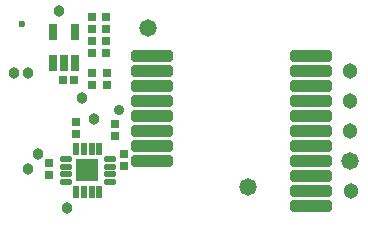
<source format=gts>
G04 Layer_Color=8388736*
%FSAX24Y24*%
%MOIN*%
G70*
G01*
G75*
%ADD19C,0.0236*%
%ADD35R,0.0300X0.0560*%
%ADD36R,0.0770X0.0770*%
G04:AMPARAMS|DCode=37|XSize=23mil|YSize=41mil|CornerRadius=8.9mil|HoleSize=0mil|Usage=FLASHONLY|Rotation=90.000|XOffset=0mil|YOffset=0mil|HoleType=Round|Shape=RoundedRectangle|*
%AMROUNDEDRECTD37*
21,1,0.0230,0.0233,0,0,90.0*
21,1,0.0053,0.0410,0,0,90.0*
1,1,0.0178,0.0116,0.0026*
1,1,0.0178,0.0116,-0.0026*
1,1,0.0178,-0.0116,-0.0026*
1,1,0.0178,-0.0116,0.0026*
%
%ADD37ROUNDEDRECTD37*%
G04:AMPARAMS|DCode=38|XSize=23mil|YSize=41mil|CornerRadius=8.9mil|HoleSize=0mil|Usage=FLASHONLY|Rotation=180.000|XOffset=0mil|YOffset=0mil|HoleType=Round|Shape=RoundedRectangle|*
%AMROUNDEDRECTD38*
21,1,0.0230,0.0233,0,0,180.0*
21,1,0.0053,0.0410,0,0,180.0*
1,1,0.0178,-0.0026,0.0116*
1,1,0.0178,0.0026,0.0116*
1,1,0.0178,0.0026,-0.0116*
1,1,0.0178,-0.0026,-0.0116*
%
%ADD38ROUNDEDRECTD38*%
G04:AMPARAMS|DCode=39|XSize=140mil|YSize=40mil|CornerRadius=12mil|HoleSize=0mil|Usage=FLASHONLY|Rotation=0.000|XOffset=0mil|YOffset=0mil|HoleType=Round|Shape=RoundedRectangle|*
%AMROUNDEDRECTD39*
21,1,0.1400,0.0160,0,0,0.0*
21,1,0.1160,0.0400,0,0,0.0*
1,1,0.0240,0.0580,-0.0080*
1,1,0.0240,-0.0580,-0.0080*
1,1,0.0240,-0.0580,0.0080*
1,1,0.0240,0.0580,0.0080*
%
%ADD39ROUNDEDRECTD39*%
%ADD40R,0.0316X0.0316*%
%ADD41R,0.0316X0.0277*%
%ADD42R,0.0277X0.0316*%
%ADD43C,0.0513*%
%ADD44C,0.0350*%
%ADD45C,0.0580*%
%ADD46C,0.0380*%
D19*
X002896Y007313D02*
D03*
D35*
X003926Y006038D02*
D03*
X004300D02*
D03*
X004680D02*
D03*
Y007070D02*
D03*
X003926D02*
D03*
D36*
X005081Y002444D02*
D03*
D37*
X004371Y002061D02*
D03*
Y002317D02*
D03*
Y002574D02*
D03*
Y002834D02*
D03*
X005829D02*
D03*
Y002574D02*
D03*
Y002317D02*
D03*
Y002061D02*
D03*
D38*
X004711Y003174D02*
D03*
X004971D02*
D03*
X005228D02*
D03*
X005484D02*
D03*
Y001726D02*
D03*
X005228D02*
D03*
X004971D02*
D03*
X004711D02*
D03*
D39*
X007250Y006250D02*
D03*
Y005750D02*
D03*
Y005250D02*
D03*
Y003750D02*
D03*
Y004250D02*
D03*
Y004750D02*
D03*
Y003250D02*
D03*
Y002750D02*
D03*
X012550D02*
D03*
Y003250D02*
D03*
Y004750D02*
D03*
Y004250D02*
D03*
Y003750D02*
D03*
Y005250D02*
D03*
Y005750D02*
D03*
Y006250D02*
D03*
Y002250D02*
D03*
Y001750D02*
D03*
Y001250D02*
D03*
D40*
X005250Y005697D02*
D03*
Y005303D02*
D03*
X005750Y005303D02*
D03*
Y005697D02*
D03*
X005700Y006353D02*
D03*
Y006747D02*
D03*
Y007153D02*
D03*
Y007547D02*
D03*
D41*
X004647Y005450D02*
D03*
X004253D02*
D03*
D42*
X005250Y006747D02*
D03*
Y006353D02*
D03*
X006000Y003997D02*
D03*
Y003603D02*
D03*
X004700Y004047D02*
D03*
Y003653D02*
D03*
X006300Y002603D02*
D03*
Y002997D02*
D03*
X005250Y007153D02*
D03*
Y007547D02*
D03*
X003800Y002697D02*
D03*
Y002303D02*
D03*
D43*
X013839Y003746D02*
D03*
X013850Y002749D02*
D03*
Y004749D02*
D03*
Y005749D02*
D03*
X013861Y001751D02*
D03*
D44*
X006150Y004450D02*
D03*
D45*
X010450Y001900D02*
D03*
X013850Y002750D02*
D03*
X007100Y007200D02*
D03*
D46*
X003450Y003000D02*
D03*
X004400Y001200D02*
D03*
X004150Y007750D02*
D03*
X004900Y004850D02*
D03*
X003100Y002500D02*
D03*
X002650Y005700D02*
D03*
X003100D02*
D03*
X005300Y004150D02*
D03*
M02*

</source>
